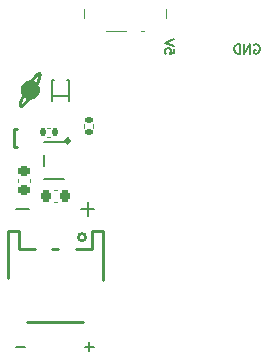
<source format=gbo>
G04 #@! TF.GenerationSoftware,KiCad,Pcbnew,9.0.6*
G04 #@! TF.CreationDate,2025-12-20T18:09:35+05:30*
G04 #@! TF.ProjectId,BloodHound_VENOM_LiPo,426c6f6f-6448-46f7-956e-645f56454e4f,1*
G04 #@! TF.SameCoordinates,Original*
G04 #@! TF.FileFunction,Legend,Bot*
G04 #@! TF.FilePolarity,Positive*
%FSLAX46Y46*%
G04 Gerber Fmt 4.6, Leading zero omitted, Abs format (unit mm)*
G04 Created by KiCad (PCBNEW 9.0.6) date 2025-12-20 18:09:35*
%MOMM*%
%LPD*%
G01*
G04 APERTURE LIST*
G04 Aperture macros list*
%AMRoundRect*
0 Rectangle with rounded corners*
0 $1 Rounding radius*
0 $2 $3 $4 $5 $6 $7 $8 $9 X,Y pos of 4 corners*
0 Add a 4 corners polygon primitive as box body*
4,1,4,$2,$3,$4,$5,$6,$7,$8,$9,$2,$3,0*
0 Add four circle primitives for the rounded corners*
1,1,$1+$1,$2,$3*
1,1,$1+$1,$4,$5*
1,1,$1+$1,$6,$7*
1,1,$1+$1,$8,$9*
0 Add four rect primitives between the rounded corners*
20,1,$1+$1,$2,$3,$4,$5,0*
20,1,$1+$1,$4,$5,$6,$7,0*
20,1,$1+$1,$6,$7,$8,$9,0*
20,1,$1+$1,$8,$9,$2,$3,0*%
G04 Aperture macros list end*
%ADD10C,0.200000*%
%ADD11C,0.150000*%
%ADD12C,0.120000*%
%ADD13C,0.010000*%
%ADD14C,0.300000*%
%ADD15C,0.250000*%
%ADD16R,1.700000X1.700000*%
%ADD17C,2.200000*%
%ADD18O,1.700000X1.700000*%
%ADD19RoundRect,0.225000X0.225000X0.250000X-0.225000X0.250000X-0.225000X-0.250000X0.225000X-0.250000X0*%
%ADD20R,1.160000X0.490000*%
%ADD21R,1.180000X0.490000*%
%ADD22R,1.000000X0.800000*%
%ADD23C,0.900000*%
%ADD24R,0.700000X1.500000*%
%ADD25RoundRect,0.135000X-0.185000X0.135000X-0.185000X-0.135000X0.185000X-0.135000X0.185000X0.135000X0*%
%ADD26R,0.700000X1.000000*%
%ADD27R,0.750000X1.000000*%
%ADD28R,1.000000X3.500000*%
%ADD29R,1.500000X3.500000*%
%ADD30RoundRect,0.135000X-0.135000X-0.185000X0.135000X-0.185000X0.135000X0.185000X-0.135000X0.185000X0*%
%ADD31RoundRect,0.225000X-0.250000X0.225000X-0.250000X-0.225000X0.250000X-0.225000X0.250000X0.225000X0*%
G04 APERTURE END LIST*
D10*
X138071428Y-84612100D02*
X136928571Y-84612100D01*
X137499999Y-85183528D02*
X137499999Y-84040671D01*
D11*
X151609523Y-70700390D02*
X151685713Y-70662295D01*
X151685713Y-70662295D02*
X151799999Y-70662295D01*
X151799999Y-70662295D02*
X151914285Y-70700390D01*
X151914285Y-70700390D02*
X151990475Y-70776580D01*
X151990475Y-70776580D02*
X152028570Y-70852771D01*
X152028570Y-70852771D02*
X152066666Y-71005152D01*
X152066666Y-71005152D02*
X152066666Y-71119438D01*
X152066666Y-71119438D02*
X152028570Y-71271819D01*
X152028570Y-71271819D02*
X151990475Y-71348009D01*
X151990475Y-71348009D02*
X151914285Y-71424200D01*
X151914285Y-71424200D02*
X151799999Y-71462295D01*
X151799999Y-71462295D02*
X151723808Y-71462295D01*
X151723808Y-71462295D02*
X151609523Y-71424200D01*
X151609523Y-71424200D02*
X151571427Y-71386104D01*
X151571427Y-71386104D02*
X151571427Y-71119438D01*
X151571427Y-71119438D02*
X151723808Y-71119438D01*
X151228570Y-71462295D02*
X151228570Y-70662295D01*
X151228570Y-70662295D02*
X150771427Y-71462295D01*
X150771427Y-71462295D02*
X150771427Y-70662295D01*
X150390475Y-71462295D02*
X150390475Y-70662295D01*
X150390475Y-70662295D02*
X150199999Y-70662295D01*
X150199999Y-70662295D02*
X150085713Y-70700390D01*
X150085713Y-70700390D02*
X150009523Y-70776580D01*
X150009523Y-70776580D02*
X149971428Y-70852771D01*
X149971428Y-70852771D02*
X149933332Y-71005152D01*
X149933332Y-71005152D02*
X149933332Y-71119438D01*
X149933332Y-71119438D02*
X149971428Y-71271819D01*
X149971428Y-71271819D02*
X150009523Y-71348009D01*
X150009523Y-71348009D02*
X150085713Y-71424200D01*
X150085713Y-71424200D02*
X150199999Y-71462295D01*
X150199999Y-71462295D02*
X150390475Y-71462295D01*
D10*
X132571428Y-84612100D02*
X131428571Y-84612100D01*
X132230951Y-96271266D02*
X131469047Y-96271266D01*
X138030951Y-96271266D02*
X137269047Y-96271266D01*
X137649999Y-96652219D02*
X137649999Y-95890314D01*
D11*
X144837704Y-71052380D02*
X144837704Y-71433332D01*
X144837704Y-71433332D02*
X144456752Y-71471428D01*
X144456752Y-71471428D02*
X144494847Y-71433332D01*
X144494847Y-71433332D02*
X144532942Y-71357142D01*
X144532942Y-71357142D02*
X144532942Y-71166666D01*
X144532942Y-71166666D02*
X144494847Y-71090475D01*
X144494847Y-71090475D02*
X144456752Y-71052380D01*
X144456752Y-71052380D02*
X144380561Y-71014285D01*
X144380561Y-71014285D02*
X144190085Y-71014285D01*
X144190085Y-71014285D02*
X144113895Y-71052380D01*
X144113895Y-71052380D02*
X144075800Y-71090475D01*
X144075800Y-71090475D02*
X144037704Y-71166666D01*
X144037704Y-71166666D02*
X144037704Y-71357142D01*
X144037704Y-71357142D02*
X144075800Y-71433332D01*
X144075800Y-71433332D02*
X144113895Y-71471428D01*
X144837704Y-70785713D02*
X144037704Y-70519046D01*
X144037704Y-70519046D02*
X144837704Y-70252380D01*
D12*
X134915580Y-84010000D02*
X134634420Y-84010000D01*
X134915580Y-82990000D02*
X134634420Y-82990000D01*
D13*
X133436520Y-73042876D02*
X133442288Y-73046004D01*
X133479146Y-73076334D01*
X133506858Y-73118173D01*
X133522852Y-73167800D01*
X133527598Y-73216499D01*
X133524779Y-73289383D01*
X133512371Y-73374649D01*
X133490569Y-73471556D01*
X133459568Y-73579366D01*
X133419564Y-73697340D01*
X133370751Y-73824739D01*
X133313326Y-73960822D01*
X133258136Y-74086278D01*
X133293213Y-74160089D01*
X133298548Y-74171552D01*
X133316921Y-74214106D01*
X133333720Y-74257134D01*
X133345866Y-74292866D01*
X133353288Y-74323329D01*
X133361931Y-74379115D01*
X133367440Y-74442487D01*
X133369542Y-74507982D01*
X133367964Y-74570134D01*
X133362431Y-74623480D01*
X133350929Y-74680577D01*
X133317768Y-74784112D01*
X133270821Y-74880650D01*
X133211402Y-74968989D01*
X133140827Y-75047926D01*
X133060410Y-75116258D01*
X132971467Y-75172784D01*
X132875314Y-75216302D01*
X132773266Y-75245608D01*
X132666637Y-75259501D01*
X132576641Y-75264301D01*
X132521655Y-75341657D01*
X132515108Y-75350843D01*
X132432080Y-75463315D01*
X132350542Y-75566427D01*
X132271239Y-75659448D01*
X132194918Y-75741650D01*
X132122327Y-75812302D01*
X132054212Y-75870674D01*
X131991321Y-75916036D01*
X131934398Y-75947658D01*
X131884192Y-75964811D01*
X131842171Y-75968643D01*
X131793280Y-75959920D01*
X131750915Y-75937501D01*
X131717603Y-75902826D01*
X131695867Y-75857337D01*
X131690305Y-75830662D01*
X131686452Y-75784189D01*
X131686546Y-75757635D01*
X131854429Y-75757635D01*
X131857661Y-75779343D01*
X131866795Y-75786933D01*
X131881443Y-75781826D01*
X131906602Y-75765639D01*
X131939574Y-75739874D01*
X131978503Y-75706076D01*
X132021533Y-75665788D01*
X132066807Y-75620556D01*
X132096180Y-75589950D01*
X132139138Y-75543604D01*
X132180007Y-75497131D01*
X132221713Y-75447079D01*
X132267181Y-75389994D01*
X132319337Y-75322422D01*
X132342322Y-75291903D01*
X132361824Y-75265178D01*
X132375017Y-75246136D01*
X132379867Y-75237626D01*
X132375887Y-75233963D01*
X132359742Y-75226000D01*
X132335417Y-75216618D01*
X132320272Y-75211003D01*
X132258567Y-75182536D01*
X132193557Y-75144846D01*
X132130923Y-75101140D01*
X132076968Y-75059786D01*
X132024504Y-75184176D01*
X132022174Y-75189716D01*
X131991039Y-75266825D01*
X131962057Y-75344147D01*
X131935642Y-75420091D01*
X131912213Y-75493065D01*
X131892186Y-75561475D01*
X131875978Y-75623730D01*
X131864004Y-75678236D01*
X131856682Y-75723402D01*
X131854429Y-75757635D01*
X131686546Y-75757635D01*
X131686645Y-75729830D01*
X131690823Y-75672464D01*
X131698923Y-75616973D01*
X131707378Y-75577066D01*
X131727952Y-75497821D01*
X131755150Y-75408390D01*
X131787957Y-75311704D01*
X131825359Y-75210691D01*
X131866343Y-75108281D01*
X131909893Y-75007404D01*
X131954253Y-74908575D01*
X131917198Y-74833404D01*
X131910445Y-74819516D01*
X131883349Y-74757661D01*
X131864216Y-74699974D01*
X131851892Y-74641262D01*
X131845222Y-74576335D01*
X131843053Y-74500000D01*
X131843295Y-74448321D01*
X131844823Y-74405939D01*
X131848101Y-74371327D01*
X131853582Y-74339794D01*
X131861719Y-74306649D01*
X131895269Y-74208421D01*
X131945668Y-74108145D01*
X132008997Y-74017308D01*
X132076968Y-73944595D01*
X132084085Y-73936982D01*
X132169759Y-73868239D01*
X132264848Y-73812152D01*
X132368180Y-73769793D01*
X132417682Y-73757436D01*
X132835933Y-73757436D01*
X132839136Y-73762700D01*
X132847001Y-73766471D01*
X132888493Y-73784241D01*
X132940652Y-73809809D01*
X132992242Y-73838006D01*
X133038152Y-73866018D01*
X133073268Y-73891031D01*
X133081422Y-73897457D01*
X133105873Y-73914897D01*
X133124515Y-73925482D01*
X133133832Y-73927119D01*
X133139408Y-73919543D01*
X133152248Y-73895337D01*
X133168711Y-73858796D01*
X133187924Y-73812322D01*
X133209013Y-73758319D01*
X133231106Y-73699189D01*
X133253328Y-73637336D01*
X133274806Y-73575163D01*
X133294668Y-73515073D01*
X133312039Y-73459469D01*
X133326047Y-73410755D01*
X133335817Y-73371332D01*
X133339478Y-73353505D01*
X133346679Y-73312104D01*
X133351668Y-73274309D01*
X133353533Y-73246539D01*
X133353533Y-73203516D01*
X133317842Y-73223108D01*
X133310020Y-73227690D01*
X133274419Y-73253465D01*
X133230977Y-73291103D01*
X133181187Y-73339020D01*
X133126544Y-73395631D01*
X133068543Y-73459353D01*
X133008678Y-73528600D01*
X132948444Y-73601789D01*
X132889334Y-73677336D01*
X132865883Y-73708277D01*
X132848147Y-73732666D01*
X132838550Y-73748239D01*
X132835933Y-73757436D01*
X132417682Y-73757436D01*
X132478582Y-73742234D01*
X132486436Y-73740904D01*
X132526807Y-73735064D01*
X132565383Y-73730872D01*
X132594759Y-73729162D01*
X132638100Y-73728792D01*
X132692851Y-73650846D01*
X132716159Y-73618320D01*
X132764912Y-73553293D01*
X132818928Y-73484372D01*
X132875262Y-73415146D01*
X132930970Y-73349202D01*
X132983109Y-73290129D01*
X133028733Y-73241513D01*
X133081461Y-73189934D01*
X133154798Y-73126463D01*
X133222277Y-73078671D01*
X133284044Y-73046487D01*
X133340244Y-73029840D01*
X133353533Y-73029531D01*
X133391021Y-73028660D01*
X133436520Y-73042876D01*
G36*
X133436520Y-73042876D02*
G01*
X133442288Y-73046004D01*
X133479146Y-73076334D01*
X133506858Y-73118173D01*
X133522852Y-73167800D01*
X133527598Y-73216499D01*
X133524779Y-73289383D01*
X133512371Y-73374649D01*
X133490569Y-73471556D01*
X133459568Y-73579366D01*
X133419564Y-73697340D01*
X133370751Y-73824739D01*
X133313326Y-73960822D01*
X133258136Y-74086278D01*
X133293213Y-74160089D01*
X133298548Y-74171552D01*
X133316921Y-74214106D01*
X133333720Y-74257134D01*
X133345866Y-74292866D01*
X133353288Y-74323329D01*
X133361931Y-74379115D01*
X133367440Y-74442487D01*
X133369542Y-74507982D01*
X133367964Y-74570134D01*
X133362431Y-74623480D01*
X133350929Y-74680577D01*
X133317768Y-74784112D01*
X133270821Y-74880650D01*
X133211402Y-74968989D01*
X133140827Y-75047926D01*
X133060410Y-75116258D01*
X132971467Y-75172784D01*
X132875314Y-75216302D01*
X132773266Y-75245608D01*
X132666637Y-75259501D01*
X132576641Y-75264301D01*
X132521655Y-75341657D01*
X132515108Y-75350843D01*
X132432080Y-75463315D01*
X132350542Y-75566427D01*
X132271239Y-75659448D01*
X132194918Y-75741650D01*
X132122327Y-75812302D01*
X132054212Y-75870674D01*
X131991321Y-75916036D01*
X131934398Y-75947658D01*
X131884192Y-75964811D01*
X131842171Y-75968643D01*
X131793280Y-75959920D01*
X131750915Y-75937501D01*
X131717603Y-75902826D01*
X131695867Y-75857337D01*
X131690305Y-75830662D01*
X131686452Y-75784189D01*
X131686546Y-75757635D01*
X131854429Y-75757635D01*
X131857661Y-75779343D01*
X131866795Y-75786933D01*
X131881443Y-75781826D01*
X131906602Y-75765639D01*
X131939574Y-75739874D01*
X131978503Y-75706076D01*
X132021533Y-75665788D01*
X132066807Y-75620556D01*
X132096180Y-75589950D01*
X132139138Y-75543604D01*
X132180007Y-75497131D01*
X132221713Y-75447079D01*
X132267181Y-75389994D01*
X132319337Y-75322422D01*
X132342322Y-75291903D01*
X132361824Y-75265178D01*
X132375017Y-75246136D01*
X132379867Y-75237626D01*
X132375887Y-75233963D01*
X132359742Y-75226000D01*
X132335417Y-75216618D01*
X132320272Y-75211003D01*
X132258567Y-75182536D01*
X132193557Y-75144846D01*
X132130923Y-75101140D01*
X132076968Y-75059786D01*
X132024504Y-75184176D01*
X132022174Y-75189716D01*
X131991039Y-75266825D01*
X131962057Y-75344147D01*
X131935642Y-75420091D01*
X131912213Y-75493065D01*
X131892186Y-75561475D01*
X131875978Y-75623730D01*
X131864004Y-75678236D01*
X131856682Y-75723402D01*
X131854429Y-75757635D01*
X131686546Y-75757635D01*
X131686645Y-75729830D01*
X131690823Y-75672464D01*
X131698923Y-75616973D01*
X131707378Y-75577066D01*
X131727952Y-75497821D01*
X131755150Y-75408390D01*
X131787957Y-75311704D01*
X131825359Y-75210691D01*
X131866343Y-75108281D01*
X131909893Y-75007404D01*
X131954253Y-74908575D01*
X131917198Y-74833404D01*
X131910445Y-74819516D01*
X131883349Y-74757661D01*
X131864216Y-74699974D01*
X131851892Y-74641262D01*
X131845222Y-74576335D01*
X131843053Y-74500000D01*
X131843295Y-74448321D01*
X131844823Y-74405939D01*
X131848101Y-74371327D01*
X131853582Y-74339794D01*
X131861719Y-74306649D01*
X131895269Y-74208421D01*
X131945668Y-74108145D01*
X132008997Y-74017308D01*
X132076968Y-73944595D01*
X132084085Y-73936982D01*
X132169759Y-73868239D01*
X132264848Y-73812152D01*
X132368180Y-73769793D01*
X132417682Y-73757436D01*
X132835933Y-73757436D01*
X132839136Y-73762700D01*
X132847001Y-73766471D01*
X132888493Y-73784241D01*
X132940652Y-73809809D01*
X132992242Y-73838006D01*
X133038152Y-73866018D01*
X133073268Y-73891031D01*
X133081422Y-73897457D01*
X133105873Y-73914897D01*
X133124515Y-73925482D01*
X133133832Y-73927119D01*
X133139408Y-73919543D01*
X133152248Y-73895337D01*
X133168711Y-73858796D01*
X133187924Y-73812322D01*
X133209013Y-73758319D01*
X133231106Y-73699189D01*
X133253328Y-73637336D01*
X133274806Y-73575163D01*
X133294668Y-73515073D01*
X133312039Y-73459469D01*
X133326047Y-73410755D01*
X133335817Y-73371332D01*
X133339478Y-73353505D01*
X133346679Y-73312104D01*
X133351668Y-73274309D01*
X133353533Y-73246539D01*
X133353533Y-73203516D01*
X133317842Y-73223108D01*
X133310020Y-73227690D01*
X133274419Y-73253465D01*
X133230977Y-73291103D01*
X133181187Y-73339020D01*
X133126544Y-73395631D01*
X133068543Y-73459353D01*
X133008678Y-73528600D01*
X132948444Y-73601789D01*
X132889334Y-73677336D01*
X132865883Y-73708277D01*
X132848147Y-73732666D01*
X132838550Y-73748239D01*
X132835933Y-73757436D01*
X132417682Y-73757436D01*
X132478582Y-73742234D01*
X132486436Y-73740904D01*
X132526807Y-73735064D01*
X132565383Y-73730872D01*
X132594759Y-73729162D01*
X132638100Y-73728792D01*
X132692851Y-73650846D01*
X132716159Y-73618320D01*
X132764912Y-73553293D01*
X132818928Y-73484372D01*
X132875262Y-73415146D01*
X132930970Y-73349202D01*
X132983109Y-73290129D01*
X133028733Y-73241513D01*
X133081461Y-73189934D01*
X133154798Y-73126463D01*
X133222277Y-73078671D01*
X133284044Y-73046487D01*
X133340244Y-73029840D01*
X133353533Y-73029531D01*
X133391021Y-73028660D01*
X133436520Y-73042876D01*
G37*
D11*
X135515000Y-78970000D02*
X133815000Y-78970000D01*
X133815000Y-80980000D02*
X133815000Y-80020000D01*
X135515000Y-82030000D02*
X133815000Y-82030000D01*
D14*
X135955000Y-78850000D02*
G75*
G02*
X135655000Y-78850000I-150000J0D01*
G01*
X135655000Y-78850000D02*
G75*
G02*
X135955000Y-78850000I150000J0D01*
G01*
D12*
X137200000Y-68470000D02*
X137200000Y-67680000D01*
X139050000Y-69520000D02*
X140750000Y-69520000D01*
X142050000Y-69520000D02*
X142250000Y-69520000D01*
X144100000Y-67680000D02*
X144100000Y-68470000D01*
X137980000Y-77446359D02*
X137980000Y-77753641D01*
X137220000Y-77446359D02*
X137220000Y-77753641D01*
D15*
X131250000Y-77800000D02*
X131520000Y-77800000D01*
X131250000Y-77800000D02*
X131250000Y-79400000D01*
X131250000Y-79400000D02*
X131520000Y-79400000D01*
D11*
X134470000Y-75450000D02*
X134470000Y-73690000D01*
X135930000Y-75450000D02*
X135930000Y-73690000D01*
X135930000Y-75040000D02*
X134470000Y-75040000D01*
X134470000Y-73690000D02*
X134680000Y-73690000D01*
X135930000Y-73690000D02*
X135730000Y-73690000D01*
D15*
X138800000Y-90590000D02*
X138800000Y-86500000D01*
X138800000Y-86500000D02*
X137850000Y-86500000D01*
X137850000Y-88000000D02*
X136530000Y-88000000D01*
X137850000Y-86500000D02*
X137850000Y-88000000D01*
X136530000Y-88000000D02*
X136480000Y-88000000D01*
X135020000Y-88000000D02*
X134480000Y-88000000D01*
X134590000Y-94170000D02*
X137120000Y-94170000D01*
X134590000Y-94170000D02*
X132380000Y-94170000D01*
X131700000Y-88000000D02*
X133020000Y-88000000D01*
X131700000Y-86500000D02*
X131700000Y-88000000D01*
X130750000Y-86500000D02*
X131700000Y-86500000D01*
X130750000Y-86500000D02*
X130750000Y-90490000D01*
X137340000Y-87000000D02*
G75*
G02*
X136720000Y-87000000I-310000J0D01*
G01*
X136720000Y-87000000D02*
G75*
G02*
X137340000Y-87000000I310000J0D01*
G01*
D12*
X134046359Y-77720000D02*
X134353641Y-77720000D01*
X134046359Y-78480000D02*
X134353641Y-78480000D01*
X132610000Y-82059420D02*
X132610000Y-82340580D01*
X131590000Y-82059420D02*
X131590000Y-82340580D01*
%LPC*%
D16*
X151000000Y-69000000D03*
D17*
X132000000Y-123850000D03*
X172300000Y-123850000D03*
D16*
X136025000Y-96300000D03*
D18*
X133485000Y-96300000D03*
D17*
X172300000Y-68900000D03*
D16*
X146200000Y-70100000D03*
D17*
X132000000Y-68900000D03*
D19*
X135550000Y-83500000D03*
X134000000Y-83500000D03*
D20*
X135815000Y-79550000D03*
X135815000Y-80500000D03*
X135815000Y-81450000D03*
D21*
X133515000Y-81450000D03*
X133515000Y-79550000D03*
D22*
X137000000Y-66970000D03*
X137000000Y-69180000D03*
D23*
X139150000Y-68070000D03*
X142150000Y-68070000D03*
D22*
X144300000Y-66970000D03*
X144300000Y-69180000D03*
D24*
X138400000Y-69830000D03*
X141400000Y-69830000D03*
X142900000Y-69830000D03*
D25*
X137600000Y-77090000D03*
X137600000Y-78110000D03*
D26*
X132100000Y-79600000D03*
X132100000Y-77600000D03*
D27*
X135200000Y-75770000D03*
X135200000Y-73430000D03*
D28*
X135750000Y-86850000D03*
X133750000Y-86850000D03*
D29*
X131400000Y-92550000D03*
X138100000Y-92550000D03*
D30*
X133690000Y-78100000D03*
X134710000Y-78100000D03*
D31*
X132100000Y-81425000D03*
X132100000Y-82975000D03*
%LPD*%
M02*

</source>
